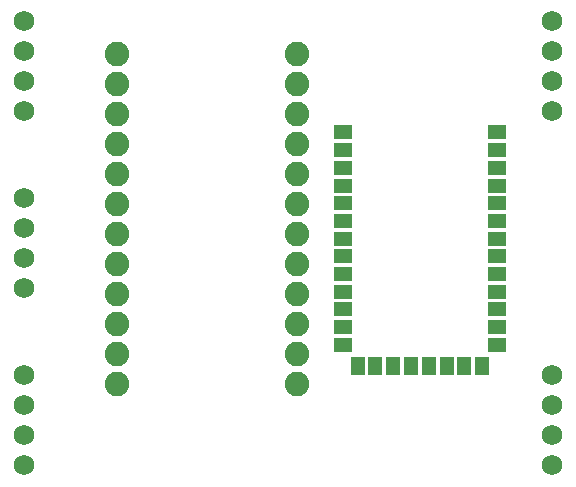
<source format=gbs>
G04 ---------------------------- Layer name :BOTTOM SOLDER LAYER*
G04 easyEDA 0.1*
G04 Scale: 100 percent, Rotated: No, Reflected: No *
G04 Dimensions in inches *
G04 leading zeros omitted , absolute positions ,2 integer and 4 * 
%FSLAX24Y24*%
%MOIN*%
G90*
G70D02*

%ADD12C,0.082000*%
%ADD14C,0.068000*%
%ADD16R,0.047400X0.059200*%
%ADD17R,0.059200X0.047400*%

%LPD*%
%LNVIA PAD TRACK COPPERAREA*%
G54D12*
G01X4600Y21800D03*
G01X4600Y22800D03*
G01X4600Y23800D03*
G01X4600Y24800D03*
G01X4600Y25800D03*
G01X4600Y26800D03*
G01X4600Y27800D03*
G01X4600Y28800D03*
G01X4600Y29800D03*
G01X4600Y30800D03*
G01X4600Y31800D03*
G01X4600Y32800D03*
G01X10600Y32800D03*
G01X10600Y31800D03*
G01X10600Y30800D03*
G01X10600Y29800D03*
G01X10600Y28800D03*
G01X10600Y27800D03*
G01X10600Y26800D03*
G01X10600Y25800D03*
G01X10600Y24800D03*
G01X10600Y23800D03*
G01X10600Y22800D03*
G01X10600Y21800D03*
G54D14*
G01X1500Y28000D03*
G01X1500Y27000D03*
G01X1500Y26000D03*
G01X1500Y25000D03*
G01X1500Y33900D03*
G01X1500Y32900D03*
G01X1500Y31900D03*
G01X1500Y30900D03*
G01X1500Y22100D03*
G01X1500Y21100D03*
G01X1500Y20100D03*
G01X1500Y19100D03*
G01X19100Y33900D03*
G01X19100Y32900D03*
G01X19100Y31900D03*
G01X19100Y30900D03*
G01X19100Y22100D03*
G01X19100Y21100D03*
G01X19100Y20100D03*
G01X19100Y19100D03*
G54D16*
G01X15000Y22400D03*
G01X16769Y22400D03*
G01X16180Y22400D03*
G01X15589Y22400D03*
G01X14400Y22400D03*
G01X13810Y22400D03*
G01X13219Y22400D03*
G01X12630Y22400D03*
G54D17*
G01X12139Y23109D03*
G01X12139Y23700D03*
G01X12139Y24290D03*
G01X12139Y24880D03*
G01X12139Y25469D03*
G01X12139Y26059D03*
G01X12139Y26650D03*
G01X12139Y27240D03*
G01X12139Y27830D03*
G01X12139Y28419D03*
G01X12139Y29009D03*
G01X12139Y29600D03*
G01X12139Y30200D03*
G01X17260Y30200D03*
G01X17260Y29600D03*
G01X17260Y29009D03*
G01X17260Y28419D03*
G01X17260Y27830D03*
G01X17260Y27240D03*
G01X17260Y26650D03*
G01X17260Y26059D03*
G01X17260Y25469D03*
G01X17260Y24880D03*
G01X17260Y24290D03*
G01X17260Y23700D03*
G01X17260Y23109D03*

M00*
M02*
</source>
